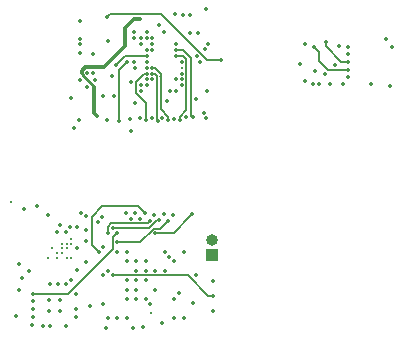
<source format=gbr>
G04 #@! TF.GenerationSoftware,KiCad,Pcbnew,(5.1.5)-3*
G04 #@! TF.CreationDate,2020-09-26T11:14:37+09:00*
G04 #@! TF.ProjectId,WF_Board,57465f42-6f61-4726-942e-6b696361645f,rev?*
G04 #@! TF.SameCoordinates,Original*
G04 #@! TF.FileFunction,Copper,L3,Inr*
G04 #@! TF.FilePolarity,Positive*
%FSLAX46Y46*%
G04 Gerber Fmt 4.6, Leading zero omitted, Abs format (unit mm)*
G04 Created by KiCad (PCBNEW (5.1.5)-3) date 2020-09-26 11:14:37*
%MOMM*%
%LPD*%
G04 APERTURE LIST*
%ADD10O,1.000000X1.000000*%
%ADD11R,1.000000X1.000000*%
%ADD12C,0.350000*%
%ADD13C,0.300000*%
%ADD14C,0.203200*%
%ADD15C,0.254000*%
%ADD16C,0.304800*%
%ADD17C,0.152400*%
G04 APERTURE END LIST*
D10*
X140970000Y-106031160D03*
D11*
X140970000Y-107301160D03*
D12*
X136175340Y-110243360D03*
X136175340Y-108645700D03*
X135375240Y-108645700D03*
X139586560Y-108993680D03*
X128604020Y-113351900D03*
X127153260Y-112031520D03*
X127153260Y-111081560D03*
X128103220Y-111081560D03*
X128103220Y-112031520D03*
X137933120Y-93446780D03*
X135433120Y-88946780D03*
X134933120Y-89446780D03*
X134399657Y-90939485D03*
X134933120Y-93446780D03*
X138492720Y-86986380D03*
X134355320Y-88941980D03*
X138433120Y-91946780D03*
X135933120Y-88946780D03*
D13*
X138433120Y-91446780D03*
D12*
X139813520Y-88535780D03*
X154462765Y-92794515D03*
X156065940Y-92960340D03*
X152527980Y-89667580D03*
X125708000Y-113220231D03*
X134292080Y-113458120D03*
X132974940Y-112643660D03*
X129057396Y-94053660D03*
X124665480Y-110272960D03*
X150074140Y-92814686D03*
X150530000Y-91990000D03*
X139372080Y-111395640D03*
X129837199Y-87478720D03*
X132189220Y-89197180D03*
X129835140Y-90221340D03*
X141076680Y-112030640D03*
X136731178Y-113086042D03*
X135101246Y-113386750D03*
D13*
X127866140Y-107143680D03*
D12*
X130307080Y-105195500D03*
D13*
X128663700Y-107545000D03*
X129064920Y-107544900D03*
D12*
X129509520Y-108543220D03*
X130296920Y-107887900D03*
X126154780Y-103144441D03*
X127076200Y-103938200D03*
X125483620Y-108647360D03*
D13*
X123992640Y-102825680D03*
D12*
X140596620Y-93426280D03*
X133774780Y-109444440D03*
X134574780Y-108645340D03*
X155710000Y-89020000D03*
X130300000Y-104040000D03*
X129690000Y-95860000D03*
X139590000Y-94100000D03*
X128620000Y-105380000D03*
X135733380Y-111449860D03*
X129834200Y-92501020D03*
X135375240Y-111043460D03*
X134575140Y-109443260D03*
X135375240Y-109443260D03*
X136975440Y-108645700D03*
X133775040Y-107845600D03*
X125835000Y-111881660D03*
X129424020Y-111881660D03*
X137775540Y-111043460D03*
X134914120Y-87335382D03*
X134933120Y-92946780D03*
X134933120Y-88946780D03*
X139153120Y-88535780D03*
X138433120Y-92446780D03*
X129933700Y-91902280D03*
X130985120Y-93101020D03*
X141076680Y-109490640D03*
X131693920Y-104098220D03*
D13*
X128264920Y-106744900D03*
D12*
X129585720Y-106744900D03*
X137182127Y-94267757D03*
X131220000Y-95510000D03*
X134575140Y-111043460D03*
X134575140Y-110243360D03*
X134575140Y-107845600D03*
X138171780Y-110504980D03*
X132042760Y-113479311D03*
X131782420Y-111437040D03*
X139153120Y-87011780D03*
X129890000Y-103730000D03*
X129260000Y-96590000D03*
X126652880Y-113352320D03*
X137933120Y-89446780D03*
X135433120Y-88446780D03*
X138433120Y-92946780D03*
X137868520Y-86928980D03*
X152524940Y-92265540D03*
X131033520Y-92501720D03*
X149524140Y-92814670D03*
X130880140Y-90266340D03*
X134086600Y-104225220D03*
D13*
X129064920Y-106344900D03*
D12*
X124664780Y-108069409D03*
D13*
X129064920Y-105944900D03*
D12*
X130307080Y-106085500D03*
X137434545Y-93445355D03*
X132524800Y-92135840D03*
X148844000Y-89408000D03*
X140648200Y-89450180D03*
X134090000Y-96770000D03*
X152524940Y-90315540D03*
X151357040Y-91237300D03*
X136933120Y-88446780D03*
D13*
X128264920Y-106343580D03*
D12*
X128150620Y-104781200D03*
X127894080Y-105386000D03*
D13*
X127064920Y-107544900D03*
X128663700Y-106744900D03*
D12*
X129527980Y-104954200D03*
X150971944Y-92814656D03*
X149678840Y-91737300D03*
X152091100Y-92799400D03*
X156214775Y-89662158D03*
X134377920Y-88387780D03*
X135433120Y-90946780D03*
X135433120Y-92946780D03*
X138433120Y-90946780D03*
X127303120Y-109760760D03*
X127953360Y-109760760D03*
X127303120Y-113352320D03*
X128603600Y-109760760D03*
X124910440Y-109290860D03*
X124384669Y-112463320D03*
X152525440Y-91615760D03*
X130934460Y-91902280D03*
X149610700Y-89697560D03*
X129834640Y-89019097D03*
X148460460Y-91173400D03*
X139981940Y-90954860D03*
X132080000Y-87177880D03*
X141719300Y-90772080D03*
X152522900Y-90962980D03*
X130434200Y-91902160D03*
X150608920Y-89311480D03*
X129834640Y-89420700D03*
X140406214Y-89868693D03*
X140459320Y-86522580D03*
X139687537Y-90455515D03*
X137933120Y-92446780D03*
X132700000Y-93820000D03*
D13*
X135775300Y-112242220D03*
D12*
X133775040Y-110243360D03*
X138575640Y-112643660D03*
X137770460Y-112643660D03*
D13*
X128663700Y-106343580D03*
D12*
X128978660Y-104954200D03*
X151729060Y-89651840D03*
X148846540Y-92585540D03*
X132854700Y-91211400D03*
X135433120Y-90446780D03*
X140510000Y-95740000D03*
X140315633Y-95267431D03*
X137933120Y-89946780D03*
X139330000Y-95660000D03*
X137933120Y-90446780D03*
X138290000Y-95840000D03*
X136174480Y-105444420D03*
X139301220Y-103872160D03*
X136471520Y-87868780D03*
X137774680Y-107844720D03*
X137683240Y-103884860D03*
X137780002Y-95820000D03*
X135933120Y-91446780D03*
X132974080Y-106244520D03*
X137294620Y-104390320D03*
X137280000Y-95870000D03*
X135933120Y-89446780D03*
X138574780Y-107044620D03*
X136885680Y-103879780D03*
X136746636Y-95670000D03*
X135933120Y-91946780D03*
X136489440Y-104372540D03*
X132575300Y-105025320D03*
X136370002Y-95980000D03*
X135933120Y-89946780D03*
X137375900Y-107445940D03*
X136093200Y-103887400D03*
X135879840Y-95724980D03*
X135433120Y-91946780D03*
X135691880Y-104390320D03*
X132173980Y-105444420D03*
X135400000Y-95860000D03*
X135433120Y-89946780D03*
X138770000Y-95650000D03*
X130434080Y-93101160D03*
D13*
X127866140Y-107545000D03*
D12*
X129057404Y-109424600D03*
X134482320Y-91475572D03*
X135374780Y-107844440D03*
X131287520Y-104517320D03*
X135433120Y-91446780D03*
X132092700Y-95897700D03*
D13*
X128264920Y-107143680D03*
D12*
X131721860Y-93858080D03*
X133814820Y-90947240D03*
X133111240Y-95948500D03*
X134081520Y-92638880D03*
X133697980Y-103783260D03*
X131775200Y-106643300D03*
X135433120Y-92446780D03*
X134493000Y-103783260D03*
X132173980Y-108644820D03*
X134050000Y-95810000D03*
X136974580Y-107044620D03*
X134886700Y-104225220D03*
X134491641Y-94402999D03*
X135915510Y-92446780D03*
X135293100Y-103778180D03*
X131373880Y-107044620D03*
X134880000Y-95750000D03*
X125059440Y-103425120D03*
X130683000Y-111601380D03*
X131772660Y-109041060D03*
X132572760Y-109041060D03*
X141077300Y-110762060D03*
X132973820Y-105444420D03*
X125834020Y-110581900D03*
D13*
X127464920Y-106744900D03*
D12*
X132974780Y-107044456D03*
X129422900Y-110582840D03*
X133773920Y-107044620D03*
X129424020Y-112531900D03*
X133775040Y-111043460D03*
X125835000Y-112531900D03*
X132173580Y-112643540D03*
X133775040Y-112643660D03*
X125835000Y-111231420D03*
D14*
X129934200Y-91901020D02*
X129934200Y-91901780D01*
X129934200Y-91901780D02*
X129933700Y-91902280D01*
D15*
X130985120Y-93054870D02*
X130985120Y-93101020D01*
X129933700Y-91902280D02*
X129933700Y-92003450D01*
X129933700Y-92003450D02*
X130985120Y-93054870D01*
D16*
X129933700Y-91737180D02*
X129933700Y-91902280D01*
X130263900Y-91406980D02*
X129933700Y-91737180D01*
X134393918Y-87335382D02*
X133637020Y-88092280D01*
X134914120Y-87335382D02*
X134393918Y-87335382D01*
X133637020Y-88092280D02*
X133637020Y-89641680D01*
X133637020Y-89641680D02*
X131871720Y-91406980D01*
X131871720Y-91406980D02*
X130263900Y-91406980D01*
X130985120Y-95275120D02*
X131220000Y-95510000D01*
X130985120Y-93101020D02*
X130985120Y-95275120D01*
D17*
X150060000Y-90146860D02*
X149610700Y-89697560D01*
X150060000Y-90870000D02*
X150060000Y-90146860D01*
X152525440Y-91615760D02*
X150805760Y-91615760D01*
X150805760Y-91615760D02*
X150060000Y-90870000D01*
X141701620Y-90789760D02*
X141719300Y-90772080D01*
D14*
X136683913Y-86900000D02*
X140555993Y-90772080D01*
X132080000Y-87177880D02*
X132357880Y-86900000D01*
X140555993Y-90772080D02*
X141719300Y-90772080D01*
X132357880Y-86900000D02*
X136683913Y-86900000D01*
D17*
X152522900Y-90962980D02*
X151933210Y-90962980D01*
X151933210Y-90962980D02*
X150608920Y-89638690D01*
X150608920Y-89638690D02*
X150608920Y-89558967D01*
X150608920Y-89558967D02*
X150608920Y-89311480D01*
X135433120Y-90446780D02*
X133619320Y-90446780D01*
X135433120Y-90446780D02*
X135425320Y-90446780D01*
X133619320Y-90446780D02*
X132854700Y-91211400D01*
D14*
X139170000Y-95500000D02*
X139330000Y-95660000D01*
X139170000Y-90590000D02*
X139170000Y-95500000D01*
X137933120Y-89946780D02*
X138526780Y-89946780D01*
X138526780Y-89946780D02*
X139170000Y-90590000D01*
X137933120Y-90446780D02*
X138516120Y-90446780D01*
X138811320Y-95071193D02*
X138290000Y-95592513D01*
X138290000Y-95592513D02*
X138290000Y-95840000D01*
X138811320Y-90741980D02*
X138811320Y-95071193D01*
X138516120Y-90446780D02*
X138811320Y-90741980D01*
D17*
X137728960Y-105444420D02*
X139126221Y-104047159D01*
X139126221Y-104047159D02*
X139301220Y-103872160D01*
X136174480Y-105444420D02*
X137728960Y-105444420D01*
X136598520Y-92161380D02*
X136598531Y-92161391D01*
X137119621Y-104565319D02*
X137294620Y-104390320D01*
X136613900Y-105071040D02*
X137119621Y-104565319D01*
X136029700Y-105071040D02*
X136613900Y-105071040D01*
X132974080Y-106244520D02*
X134856220Y-106244520D01*
X134856220Y-106244520D02*
X136029700Y-105071040D01*
D14*
X137280000Y-95622513D02*
X137280000Y-95870000D01*
X137280000Y-95590262D02*
X137280000Y-95622513D01*
X136109896Y-91446780D02*
X136631680Y-91968564D01*
X135933120Y-91446780D02*
X136109896Y-91446780D01*
X136631680Y-91968564D02*
X136631680Y-94941942D01*
X136631680Y-94941942D02*
X137280000Y-95590262D01*
D17*
X136288780Y-104372540D02*
X136489440Y-104372540D01*
X132575300Y-105025320D02*
X135636000Y-105025320D01*
X135636000Y-105025320D02*
X136288780Y-104372540D01*
D14*
X136310002Y-95920000D02*
X136370002Y-95980000D01*
X136310002Y-92146886D02*
X136310002Y-95920000D01*
X135933120Y-91946780D02*
X136109896Y-91946780D01*
X136109896Y-91946780D02*
X136310002Y-92146886D01*
D17*
X135448040Y-104634160D02*
X135516881Y-104565319D01*
X132444314Y-104634160D02*
X135448040Y-104634160D01*
X135516881Y-104565319D02*
X135691880Y-104390320D01*
X132173980Y-105444420D02*
X132173980Y-104904494D01*
X132173980Y-104904494D02*
X132444314Y-104634160D01*
D14*
X135400000Y-94473398D02*
X135400000Y-95612513D01*
X135400000Y-95612513D02*
X135400000Y-95860000D01*
X134554919Y-92648205D02*
X134554919Y-93628317D01*
X135433120Y-91946780D02*
X135256344Y-91946780D01*
X135256344Y-91946780D02*
X134554919Y-92648205D01*
X134554919Y-93628317D02*
X135400000Y-94473398D01*
X133111240Y-91650820D02*
X133111240Y-95701013D01*
X133111240Y-95701013D02*
X133111240Y-95948500D01*
X133814820Y-90947240D02*
X133111240Y-91650820D01*
D17*
X130830320Y-106501060D02*
X130830320Y-104065200D01*
X131373880Y-107044620D02*
X130830320Y-106501060D01*
X130830320Y-104065200D02*
X131701540Y-103193980D01*
X135118101Y-103603181D02*
X135293100Y-103778180D01*
X134708900Y-103193980D02*
X135118101Y-103603181D01*
X131701540Y-103193980D02*
X134708900Y-103193980D01*
X140646300Y-110762060D02*
X141077300Y-110762060D01*
X132572760Y-109041060D02*
X138925300Y-109041060D01*
X138925300Y-109041060D02*
X140646300Y-110762060D01*
X132590540Y-105827700D02*
X132590540Y-106805860D01*
X132973820Y-105444420D02*
X132590540Y-105827700D01*
X132590540Y-106805860D02*
X128814500Y-110581900D01*
X128814500Y-110581900D02*
X125834020Y-110581900D01*
M02*

</source>
